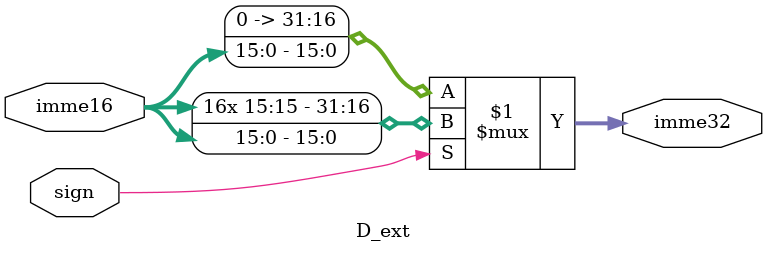
<source format=v>
`timescale 1ns / 1ps
`include "const.v"

module D_ext (
           input [15:0] imme16,
           input sign,
           output [31:0] imme32
       );

assign imme32 = sign ? {{16{imme16[15]}},imme16} : {{16{1'b0}},imme16};

endmodule //D_ext

</source>
